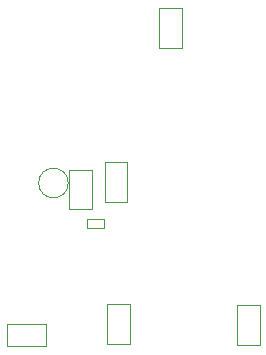
<source format=gbr>
G04 #@! TF.GenerationSoftware,KiCad,Pcbnew,5.1.1-8be2ce7~80~ubuntu18.10.1*
G04 #@! TF.CreationDate,2019-05-27T00:45:37+08:00*
G04 #@! TF.ProjectId,tas2562_dev_pcb,74617332-3536-4325-9f64-65765f706362,rev?*
G04 #@! TF.SameCoordinates,Original*
G04 #@! TF.FileFunction,Other,User*
%FSLAX46Y46*%
G04 Gerber Fmt 4.6, Leading zero omitted, Abs format (unit mm)*
G04 Created by KiCad (PCBNEW 5.1.1-8be2ce7~80~ubuntu18.10.1) date 2019-05-27 00:45:37*
%MOMM*%
%LPD*%
G04 APERTURE LIST*
%ADD10C,0.050000*%
G04 APERTURE END LIST*
D10*
X168336000Y-88880500D02*
X168336000Y-85520500D01*
X166436000Y-88880500D02*
X168336000Y-88880500D01*
X166436000Y-85520500D02*
X166436000Y-88880500D01*
X168336000Y-85520500D02*
X166436000Y-85520500D01*
X163950000Y-113942500D02*
X163950000Y-110582500D01*
X162050000Y-113942500D02*
X163950000Y-113942500D01*
X162050000Y-110582500D02*
X162050000Y-113942500D01*
X163950000Y-110582500D02*
X162050000Y-110582500D01*
X174950000Y-110657500D02*
X173050000Y-110657500D01*
X173050000Y-110657500D02*
X173050000Y-114017500D01*
X173050000Y-114017500D02*
X174950000Y-114017500D01*
X174950000Y-114017500D02*
X174950000Y-110657500D01*
X163750000Y-98582500D02*
X161850000Y-98582500D01*
X161850000Y-98582500D02*
X161850000Y-101942500D01*
X161850000Y-101942500D02*
X163750000Y-101942500D01*
X163750000Y-101942500D02*
X163750000Y-98582500D01*
X160716000Y-99206500D02*
X158816000Y-99206500D01*
X158816000Y-99206500D02*
X158816000Y-102566500D01*
X158816000Y-102566500D02*
X160716000Y-102566500D01*
X160716000Y-102566500D02*
X160716000Y-99206500D01*
X158730000Y-100330000D02*
G75*
G03X158730000Y-100330000I-1250000J0D01*
G01*
X156880000Y-114150000D02*
X156880000Y-112250000D01*
X156880000Y-112250000D02*
X153520000Y-112250000D01*
X153520000Y-112250000D02*
X153520000Y-114150000D01*
X153520000Y-114150000D02*
X156880000Y-114150000D01*
X160336000Y-103409000D02*
X160336000Y-104109000D01*
X160336000Y-104109000D02*
X161736000Y-104109000D01*
X161736000Y-104109000D02*
X161736000Y-103409000D01*
X161736000Y-103409000D02*
X160336000Y-103409000D01*
M02*

</source>
